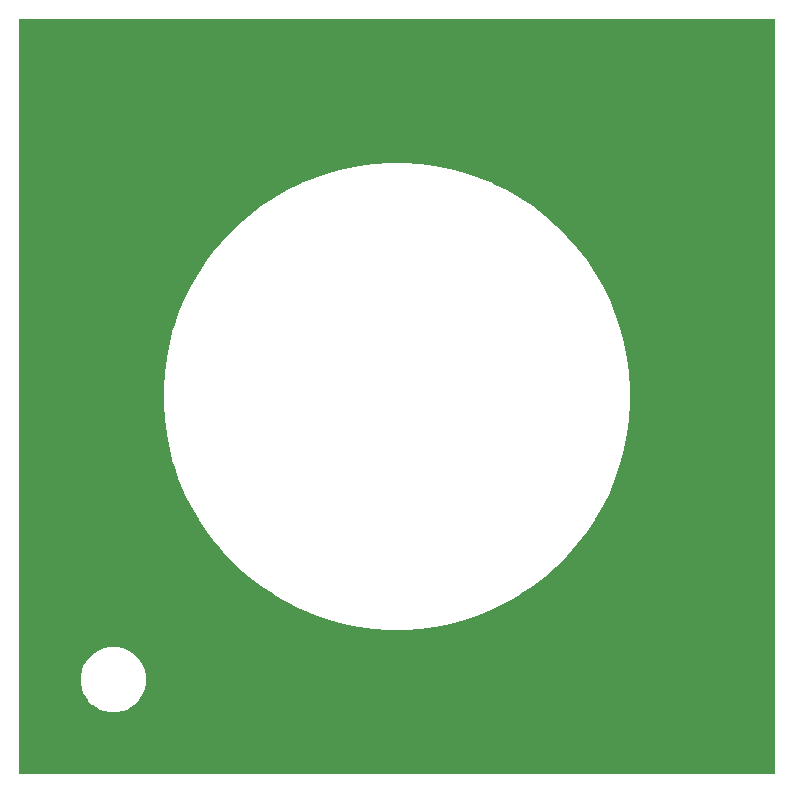
<source format=gbs>
G04*
G04 #@! TF.GenerationSoftware,Altium Limited,Altium Designer,18.1.6 (161)*
G04*
G04 Layer_Color=16711935*
%FSTAX25Y25*%
%MOIN*%
G70*
G01*
G75*
%ADD70C,0.20485*%
%ADD71C,0.10642*%
%ADD72C,0.00800*%
%ADD73R,0.10642X0.10642*%
G36*
X02517Y02517D02*
X0251993Y0251578D01*
Y0000025D01*
X0000475D01*
X0Y00005D01*
Y02517D01*
X02517D01*
D02*
G37*
%LPC*%
G36*
X0128523Y0203801D02*
X0123496D01*
X0123463Y0203794D01*
X0123429Y0203798D01*
X0118414Y020347D01*
X0118381Y0203461D01*
X0118347Y0203463D01*
X0113364Y0202807D01*
X0113332Y0202796D01*
X0113298D01*
X0108368Y0201815D01*
X0108337Y0201802D01*
X0108303Y02018D01*
X0103448Y0200499D01*
X0103418Y0200484D01*
X0103384Y020048D01*
X0098624Y0198864D01*
X0098595Y0198847D01*
X0098562Y0198841D01*
X0093918Y0196917D01*
X009389Y0196898D01*
X0093857Y019689D01*
X0089349Y0194667D01*
X0089322Y0194646D01*
X008929Y0194635D01*
X0084937Y0192122D01*
X0084912Y0192099D01*
X008488Y0192087D01*
X0080701Y0189294D01*
X0080677Y018927D01*
X0080647Y0189255D01*
X0076659Y0186195D01*
X0076637Y018617D01*
X0076608Y0186153D01*
X0072828Y0182839D01*
X0072808Y0182812D01*
X007278Y0182793D01*
X0069225Y0179239D01*
X0069207Y0179211D01*
X006918Y017919D01*
X0065866Y0175411D01*
X0065849Y0175382D01*
X0065823Y0175359D01*
X0062763Y0171372D01*
X0062748Y0171341D01*
X0062725Y0171317D01*
X0059932Y0167138D01*
X0059919Y0167107D01*
X0059897Y0167081D01*
X0057383Y0162728D01*
X0057373Y0162696D01*
X0057352Y016267D01*
X0055129Y0158161D01*
X005512Y0158129D01*
X0055101Y0158101D01*
X0053178Y0153457D01*
X0053171Y0153424D01*
X0053154Y0153394D01*
X0051538Y0148635D01*
X0051534Y0148601D01*
X0051519Y0148571D01*
X0050218Y0143716D01*
X0050216Y0143682D01*
X0050203Y014365D01*
X0049222Y0138721D01*
Y0138687D01*
X0049212Y0138655D01*
X0048555Y0133671D01*
X0048558Y0133638D01*
X0048549Y0133605D01*
X004822Y0128589D01*
X0048225Y0128556D01*
X0048218Y0128523D01*
Y0126009D01*
X0048218Y0123496D01*
X0048225Y0123463D01*
X004822Y0123429D01*
X0048549Y0118414D01*
X0048558Y0118381D01*
X0048555Y0118347D01*
X0049212Y0113364D01*
X0049222Y0113332D01*
Y0113298D01*
X0050203Y0108368D01*
X0050216Y0108337D01*
X0050218Y0108303D01*
X0051519Y0103448D01*
X0051534Y0103418D01*
X0051538Y0103384D01*
X0053154Y0098624D01*
X0053171Y0098595D01*
X0053178Y0098562D01*
X0055101Y0093918D01*
X005512Y009389D01*
X0055129Y0093857D01*
X0057352Y0089349D01*
X0057373Y0089322D01*
X0057383Y008929D01*
X0059897Y0084937D01*
X0059919Y0084912D01*
X0059932Y008488D01*
X0062725Y0080701D01*
X0062748Y0080677D01*
X0062763Y0080647D01*
X0065823Y0076659D01*
X0065849Y0076637D01*
X0065866Y0076608D01*
X006918Y0072828D01*
X0069207Y0072808D01*
X0069225Y007278D01*
X007278Y0069225D01*
X0072808Y0069207D01*
X0072828Y006918D01*
X0076608Y0065866D01*
X0076637Y0065849D01*
X0076659Y0065823D01*
X0080647Y0062763D01*
X0080677Y0062748D01*
X0080701Y0062725D01*
X008488Y0059932D01*
X0084912Y0059919D01*
X0084937Y0059897D01*
X008929Y0057383D01*
X0089322Y0057373D01*
X0089349Y0057352D01*
X0093857Y0055129D01*
X009389Y005512D01*
X0093918Y0055101D01*
X0098562Y0053178D01*
X0098595Y0053171D01*
X0098624Y0053154D01*
X0103384Y0051538D01*
X0103418Y0051534D01*
X0103448Y0051519D01*
X0108303Y0050218D01*
X0108337Y0050216D01*
X0108368Y0050203D01*
X0113298Y0049222D01*
X0113332D01*
X0113364Y0049212D01*
X0118347Y0048555D01*
X0118381Y0048558D01*
X0118414Y0048549D01*
X0123429Y004822D01*
X0123463Y0048225D01*
X0123496Y0048218D01*
X0126009D01*
X0128523Y0048218D01*
X0128556Y0048225D01*
X0128589Y004822D01*
X0133605Y0048549D01*
X0133638Y0048558D01*
X0133671Y0048555D01*
X0138655Y0049212D01*
X0138687Y0049222D01*
X0138721D01*
X014365Y0050203D01*
X0143682Y0050216D01*
X0143716Y0050218D01*
X0148571Y0051519D01*
X0148601Y0051534D01*
X0148635Y0051538D01*
X0153394Y0053154D01*
X0153424Y0053171D01*
X0153457Y0053178D01*
X0158101Y0055101D01*
X0158129Y005512D01*
X0158161Y0055129D01*
X016267Y0057352D01*
X0162696Y0057373D01*
X0162728Y0057383D01*
X0167081Y0059897D01*
X0167107Y0059919D01*
X0167138Y0059932D01*
X0171317Y0062725D01*
X0171341Y0062748D01*
X0171372Y0062763D01*
X0175359Y0065823D01*
X0175382Y0065849D01*
X0175411Y0065866D01*
X017919Y006918D01*
X0179211Y0069207D01*
X0179239Y0069225D01*
X0182793Y007278D01*
X0182812Y0072808D01*
X0182839Y0072828D01*
X0186153Y0076608D01*
X018617Y0076637D01*
X0186195Y0076659D01*
X0189255Y0080647D01*
X018927Y0080677D01*
X0189294Y0080701D01*
X0192087Y008488D01*
X0192099Y0084912D01*
X0192122Y0084937D01*
X0194635Y008929D01*
X0194646Y0089322D01*
X0194667Y0089349D01*
X019689Y0093857D01*
X0196898Y009389D01*
X0196917Y0093918D01*
X0198841Y0098562D01*
X0198847Y0098595D01*
X0198864Y0098624D01*
X020048Y0103384D01*
X0200484Y0103418D01*
X0200499Y0103448D01*
X02018Y0108303D01*
X0201802Y0108337D01*
X0201815Y0108368D01*
X0202796Y0113298D01*
Y0113332D01*
X0202807Y0113364D01*
X0203463Y0118347D01*
X0203461Y0118381D01*
X020347Y0118414D01*
X0203798Y0123429D01*
X0203794Y0123463D01*
X0203801Y0123496D01*
Y0126009D01*
Y0128523D01*
X0203794Y0128556D01*
X0203798Y0128589D01*
X020347Y0133605D01*
X0203461Y0133638D01*
X0203463Y0133671D01*
X0202807Y0138655D01*
X0202796Y0138687D01*
Y0138721D01*
X0201815Y014365D01*
X0201802Y0143682D01*
X02018Y0143716D01*
X0200499Y0148571D01*
X0200484Y0148601D01*
X020048Y0148635D01*
X0198864Y0153394D01*
X0198847Y0153424D01*
X0198841Y0153457D01*
X0196917Y0158101D01*
X0196898Y0158129D01*
X019689Y0158161D01*
X0194667Y016267D01*
X0194646Y0162696D01*
X0194635Y0162728D01*
X0192122Y0167081D01*
X0192099Y0167107D01*
X0192087Y0167138D01*
X0189294Y0171317D01*
X018927Y0171341D01*
X0189255Y0171372D01*
X0186195Y0175359D01*
X018617Y0175382D01*
X0186153Y0175411D01*
X0182839Y017919D01*
X0182812Y0179211D01*
X0182793Y0179239D01*
X0179239Y0182793D01*
X0179211Y0182812D01*
X017919Y0182839D01*
X0175411Y0186153D01*
X0175382Y018617D01*
X0175359Y0186195D01*
X0171372Y0189255D01*
X0171341Y018927D01*
X0171317Y0189294D01*
X0167138Y0192087D01*
X0167107Y0192099D01*
X0167081Y0192122D01*
X0162728Y0194635D01*
X0162696Y0194646D01*
X016267Y0194667D01*
X0158161Y019689D01*
X0158129Y0196898D01*
X0158101Y0196917D01*
X0153457Y0198841D01*
X0153424Y0198847D01*
X0153394Y0198864D01*
X0148635Y020048D01*
X0148601Y0200484D01*
X0148571Y0200499D01*
X0143716Y02018D01*
X0143682Y0201802D01*
X014365Y0201815D01*
X0138721Y0202796D01*
X0138687D01*
X0138655Y0202807D01*
X0133671Y0203463D01*
X0133638Y0203461D01*
X0133605Y020347D01*
X0128589Y0203798D01*
X0128556Y0203794D01*
X0128523Y0203801D01*
D02*
G37*
G36*
X0032491Y0042383D02*
X0030552D01*
X0030453Y0042364D01*
X0030353D01*
X0028451Y0041985D01*
X0028358Y0041947D01*
X002826Y0041927D01*
X0026469Y0041185D01*
X0026385Y004113D01*
X0026292Y0041091D01*
X002468Y0040014D01*
X0024609Y0039943D01*
X0024526Y0039887D01*
X0023155Y0038516D01*
X0023099Y0038433D01*
X0023028Y0038362D01*
X0021951Y003675D01*
X0021913Y0036657D01*
X0021857Y0036573D01*
X0021115Y0034782D01*
X0021095Y0034684D01*
X0021057Y0034591D01*
X0020678Y0032689D01*
Y0032589D01*
X0020659Y0032491D01*
Y0030552D01*
X0020678Y0030453D01*
Y0030353D01*
X0021057Y0028451D01*
X0021095Y0028358D01*
X0021115Y002826D01*
X0021857Y0026469D01*
X0021913Y0026385D01*
X0021951Y0026292D01*
X0023028Y002468D01*
X0023099Y0024609D01*
X0023155Y0024526D01*
X0024526Y0023155D01*
X0024609Y0023099D01*
X002468Y0023028D01*
X0026292Y0021951D01*
X0026385Y0021913D01*
X0026469Y0021857D01*
X002826Y0021115D01*
X0028358Y0021095D01*
X0028451Y0021057D01*
X0030353Y0020678D01*
X0030453D01*
X0030552Y0020659D01*
X0032491D01*
X0032589Y0020678D01*
X0032689D01*
X0034591Y0021057D01*
X0034684Y0021095D01*
X0034782Y0021115D01*
X0036573Y0021857D01*
X0036657Y0021913D01*
X003675Y0021951D01*
X0038362Y0023028D01*
X0038433Y0023099D01*
X0038516Y0023155D01*
X0039887Y0024526D01*
X0039943Y0024609D01*
X0040014Y002468D01*
X0041091Y0026292D01*
X004113Y0026385D01*
X0041185Y0026469D01*
X0041927Y002826D01*
X0041947Y0028358D01*
X0041985Y0028451D01*
X0042364Y0030353D01*
Y0030453D01*
X0042383Y0030552D01*
Y0032491D01*
X0042364Y0032589D01*
Y0032689D01*
X0041985Y0034591D01*
X0041947Y0034684D01*
X0041927Y0034782D01*
X0041185Y0036573D01*
X004113Y0036657D01*
X0041091Y003675D01*
X0040014Y0038362D01*
X0039943Y0038433D01*
X0039887Y0038516D01*
X0038516Y0039887D01*
X0038433Y0039943D01*
X0038362Y0040014D01*
X003675Y0041091D01*
X0036657Y004113D01*
X0036573Y0041185D01*
X0034782Y0041927D01*
X0034684Y0041947D01*
X0034591Y0041985D01*
X0032689Y0042364D01*
X0032589D01*
X0032491Y0042383D01*
D02*
G37*
%LPD*%
D70*
X0011836Y0240182D02*
D03*
X0240182D02*
D03*
Y0011836D02*
D03*
X0011836D02*
D03*
D71*
X0064677Y0010612D02*
D03*
D72*
X0054677Y0010612D02*
D03*
D73*
X0044677Y0010612D02*
D03*
M02*

</source>
